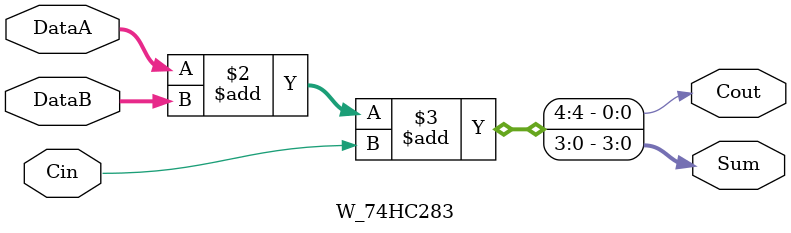
<source format=v>
module W_74HC283(DataA,DataB,Cin,Sum,Cout);
    input [3:0]DataA,DataB;
    input Cin;
    output [3:0]Sum;
    output Cout;
    reg[3:0]Sum;
    reg Cout;
    always@(DataA or DataB or Cin)
    {Cout,Sum}=DataA+DataB+Cin;
endmodule
</source>
